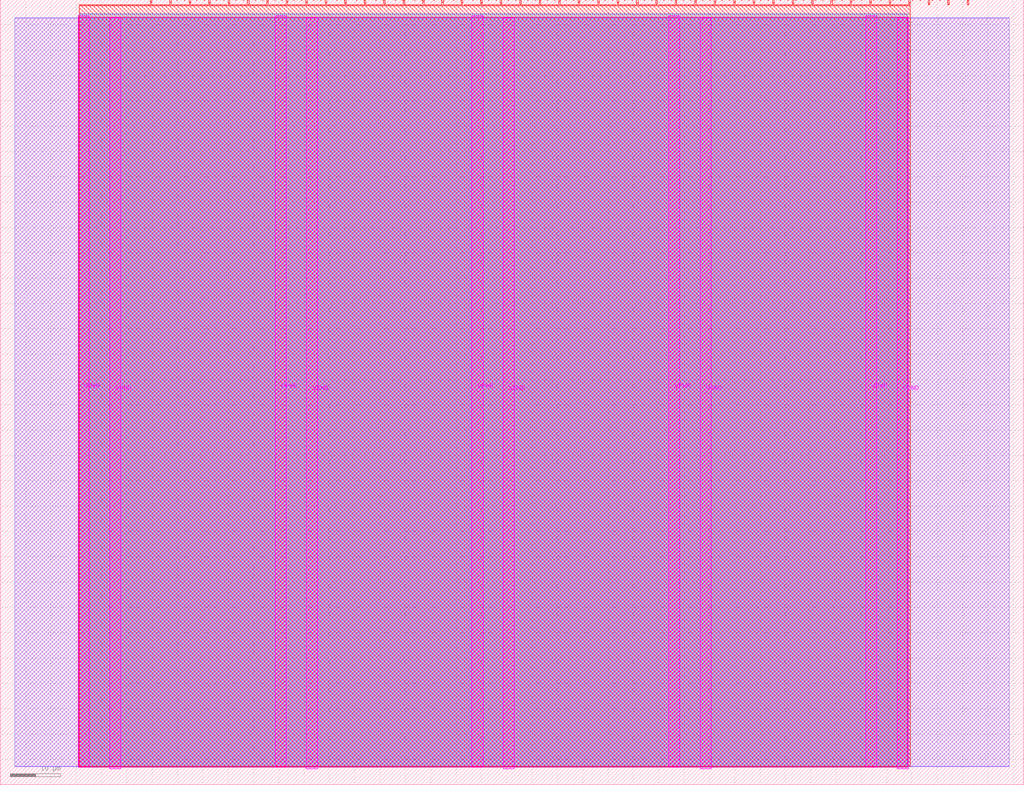
<source format=lef>
VERSION 5.7 ;
  NOWIREEXTENSIONATPIN ON ;
  DIVIDERCHAR "/" ;
  BUSBITCHARS "[]" ;
MACRO tt_um_wokwi_456571639638628353
  CLASS BLOCK ;
  FOREIGN tt_um_wokwi_456571639638628353 ;
  ORIGIN 0.000 0.000 ;
  SIZE 202.080 BY 154.980 ;
  PIN VGND
    DIRECTION INOUT ;
    USE GROUND ;
    PORT
      LAYER TopMetal1 ;
        RECT 21.580 3.150 23.780 151.420 ;
    END
    PORT
      LAYER TopMetal1 ;
        RECT 60.450 3.150 62.650 151.420 ;
    END
    PORT
      LAYER TopMetal1 ;
        RECT 99.320 3.150 101.520 151.420 ;
    END
    PORT
      LAYER TopMetal1 ;
        RECT 138.190 3.150 140.390 151.420 ;
    END
    PORT
      LAYER TopMetal1 ;
        RECT 177.060 3.150 179.260 151.420 ;
    END
  END VGND
  PIN VPWR
    DIRECTION INOUT ;
    USE POWER ;
    PORT
      LAYER TopMetal1 ;
        RECT 15.380 3.560 17.580 151.830 ;
    END
    PORT
      LAYER TopMetal1 ;
        RECT 54.250 3.560 56.450 151.830 ;
    END
    PORT
      LAYER TopMetal1 ;
        RECT 93.120 3.560 95.320 151.830 ;
    END
    PORT
      LAYER TopMetal1 ;
        RECT 131.990 3.560 134.190 151.830 ;
    END
    PORT
      LAYER TopMetal1 ;
        RECT 170.860 3.560 173.060 151.830 ;
    END
  END VPWR
  PIN clk
    DIRECTION INPUT ;
    USE SIGNAL ;
    PORT
      LAYER Metal4 ;
        RECT 187.050 153.980 187.350 154.980 ;
    END
  END clk
  PIN ena
    DIRECTION INPUT ;
    USE SIGNAL ;
    PORT
      LAYER Metal4 ;
        RECT 190.890 153.980 191.190 154.980 ;
    END
  END ena
  PIN rst_n
    DIRECTION INPUT ;
    USE SIGNAL ;
    PORT
      LAYER Metal4 ;
        RECT 183.210 153.980 183.510 154.980 ;
    END
  END rst_n
  PIN ui_in[0]
    DIRECTION INPUT ;
    USE SIGNAL ;
    ANTENNAGATEAREA 0.180700 ;
    PORT
      LAYER Metal4 ;
        RECT 179.370 153.980 179.670 154.980 ;
    END
  END ui_in[0]
  PIN ui_in[1]
    DIRECTION INPUT ;
    USE SIGNAL ;
    ANTENNAGATEAREA 0.180700 ;
    PORT
      LAYER Metal4 ;
        RECT 175.530 153.980 175.830 154.980 ;
    END
  END ui_in[1]
  PIN ui_in[2]
    DIRECTION INPUT ;
    USE SIGNAL ;
    ANTENNAGATEAREA 0.180700 ;
    PORT
      LAYER Metal4 ;
        RECT 171.690 153.980 171.990 154.980 ;
    END
  END ui_in[2]
  PIN ui_in[3]
    DIRECTION INPUT ;
    USE SIGNAL ;
    ANTENNAGATEAREA 0.180700 ;
    PORT
      LAYER Metal4 ;
        RECT 167.850 153.980 168.150 154.980 ;
    END
  END ui_in[3]
  PIN ui_in[4]
    DIRECTION INPUT ;
    USE SIGNAL ;
    ANTENNAGATEAREA 0.180700 ;
    PORT
      LAYER Metal4 ;
        RECT 164.010 153.980 164.310 154.980 ;
    END
  END ui_in[4]
  PIN ui_in[5]
    DIRECTION INPUT ;
    USE SIGNAL ;
    ANTENNAGATEAREA 0.180700 ;
    PORT
      LAYER Metal4 ;
        RECT 160.170 153.980 160.470 154.980 ;
    END
  END ui_in[5]
  PIN ui_in[6]
    DIRECTION INPUT ;
    USE SIGNAL ;
    ANTENNAGATEAREA 0.180700 ;
    PORT
      LAYER Metal4 ;
        RECT 156.330 153.980 156.630 154.980 ;
    END
  END ui_in[6]
  PIN ui_in[7]
    DIRECTION INPUT ;
    USE SIGNAL ;
    ANTENNAGATEAREA 0.180700 ;
    PORT
      LAYER Metal4 ;
        RECT 152.490 153.980 152.790 154.980 ;
    END
  END ui_in[7]
  PIN uio_in[0]
    DIRECTION INPUT ;
    USE SIGNAL ;
    PORT
      LAYER Metal4 ;
        RECT 148.650 153.980 148.950 154.980 ;
    END
  END uio_in[0]
  PIN uio_in[1]
    DIRECTION INPUT ;
    USE SIGNAL ;
    PORT
      LAYER Metal4 ;
        RECT 144.810 153.980 145.110 154.980 ;
    END
  END uio_in[1]
  PIN uio_in[2]
    DIRECTION INPUT ;
    USE SIGNAL ;
    PORT
      LAYER Metal4 ;
        RECT 140.970 153.980 141.270 154.980 ;
    END
  END uio_in[2]
  PIN uio_in[3]
    DIRECTION INPUT ;
    USE SIGNAL ;
    PORT
      LAYER Metal4 ;
        RECT 137.130 153.980 137.430 154.980 ;
    END
  END uio_in[3]
  PIN uio_in[4]
    DIRECTION INPUT ;
    USE SIGNAL ;
    PORT
      LAYER Metal4 ;
        RECT 133.290 153.980 133.590 154.980 ;
    END
  END uio_in[4]
  PIN uio_in[5]
    DIRECTION INPUT ;
    USE SIGNAL ;
    PORT
      LAYER Metal4 ;
        RECT 129.450 153.980 129.750 154.980 ;
    END
  END uio_in[5]
  PIN uio_in[6]
    DIRECTION INPUT ;
    USE SIGNAL ;
    PORT
      LAYER Metal4 ;
        RECT 125.610 153.980 125.910 154.980 ;
    END
  END uio_in[6]
  PIN uio_in[7]
    DIRECTION INPUT ;
    USE SIGNAL ;
    PORT
      LAYER Metal4 ;
        RECT 121.770 153.980 122.070 154.980 ;
    END
  END uio_in[7]
  PIN uio_oe[0]
    DIRECTION OUTPUT ;
    USE SIGNAL ;
    ANTENNADIFFAREA 0.299200 ;
    PORT
      LAYER Metal4 ;
        RECT 56.490 153.980 56.790 154.980 ;
    END
  END uio_oe[0]
  PIN uio_oe[1]
    DIRECTION OUTPUT ;
    USE SIGNAL ;
    ANTENNADIFFAREA 0.299200 ;
    PORT
      LAYER Metal4 ;
        RECT 52.650 153.980 52.950 154.980 ;
    END
  END uio_oe[1]
  PIN uio_oe[2]
    DIRECTION OUTPUT ;
    USE SIGNAL ;
    ANTENNADIFFAREA 0.299200 ;
    PORT
      LAYER Metal4 ;
        RECT 48.810 153.980 49.110 154.980 ;
    END
  END uio_oe[2]
  PIN uio_oe[3]
    DIRECTION OUTPUT ;
    USE SIGNAL ;
    ANTENNADIFFAREA 0.299200 ;
    PORT
      LAYER Metal4 ;
        RECT 44.970 153.980 45.270 154.980 ;
    END
  END uio_oe[3]
  PIN uio_oe[4]
    DIRECTION OUTPUT ;
    USE SIGNAL ;
    ANTENNADIFFAREA 0.299200 ;
    PORT
      LAYER Metal4 ;
        RECT 41.130 153.980 41.430 154.980 ;
    END
  END uio_oe[4]
  PIN uio_oe[5]
    DIRECTION OUTPUT ;
    USE SIGNAL ;
    ANTENNADIFFAREA 0.299200 ;
    PORT
      LAYER Metal4 ;
        RECT 37.290 153.980 37.590 154.980 ;
    END
  END uio_oe[5]
  PIN uio_oe[6]
    DIRECTION OUTPUT ;
    USE SIGNAL ;
    ANTENNADIFFAREA 0.299200 ;
    PORT
      LAYER Metal4 ;
        RECT 33.450 153.980 33.750 154.980 ;
    END
  END uio_oe[6]
  PIN uio_oe[7]
    DIRECTION OUTPUT ;
    USE SIGNAL ;
    ANTENNADIFFAREA 0.299200 ;
    PORT
      LAYER Metal4 ;
        RECT 29.610 153.980 29.910 154.980 ;
    END
  END uio_oe[7]
  PIN uio_out[0]
    DIRECTION OUTPUT ;
    USE SIGNAL ;
    ANTENNADIFFAREA 0.299200 ;
    PORT
      LAYER Metal4 ;
        RECT 87.210 153.980 87.510 154.980 ;
    END
  END uio_out[0]
  PIN uio_out[1]
    DIRECTION OUTPUT ;
    USE SIGNAL ;
    ANTENNADIFFAREA 0.299200 ;
    PORT
      LAYER Metal4 ;
        RECT 83.370 153.980 83.670 154.980 ;
    END
  END uio_out[1]
  PIN uio_out[2]
    DIRECTION OUTPUT ;
    USE SIGNAL ;
    ANTENNADIFFAREA 0.299200 ;
    PORT
      LAYER Metal4 ;
        RECT 79.530 153.980 79.830 154.980 ;
    END
  END uio_out[2]
  PIN uio_out[3]
    DIRECTION OUTPUT ;
    USE SIGNAL ;
    ANTENNADIFFAREA 0.299200 ;
    PORT
      LAYER Metal4 ;
        RECT 75.690 153.980 75.990 154.980 ;
    END
  END uio_out[3]
  PIN uio_out[4]
    DIRECTION OUTPUT ;
    USE SIGNAL ;
    ANTENNADIFFAREA 0.299200 ;
    PORT
      LAYER Metal4 ;
        RECT 71.850 153.980 72.150 154.980 ;
    END
  END uio_out[4]
  PIN uio_out[5]
    DIRECTION OUTPUT ;
    USE SIGNAL ;
    ANTENNADIFFAREA 0.299200 ;
    PORT
      LAYER Metal4 ;
        RECT 68.010 153.980 68.310 154.980 ;
    END
  END uio_out[5]
  PIN uio_out[6]
    DIRECTION OUTPUT ;
    USE SIGNAL ;
    ANTENNADIFFAREA 0.299200 ;
    PORT
      LAYER Metal4 ;
        RECT 64.170 153.980 64.470 154.980 ;
    END
  END uio_out[6]
  PIN uio_out[7]
    DIRECTION OUTPUT ;
    USE SIGNAL ;
    ANTENNADIFFAREA 0.299200 ;
    PORT
      LAYER Metal4 ;
        RECT 60.330 153.980 60.630 154.980 ;
    END
  END uio_out[7]
  PIN uo_out[0]
    DIRECTION OUTPUT ;
    USE SIGNAL ;
    ANTENNADIFFAREA 0.708600 ;
    PORT
      LAYER Metal4 ;
        RECT 117.930 153.980 118.230 154.980 ;
    END
  END uo_out[0]
  PIN uo_out[1]
    DIRECTION OUTPUT ;
    USE SIGNAL ;
    ANTENNADIFFAREA 0.708600 ;
    PORT
      LAYER Metal4 ;
        RECT 114.090 153.980 114.390 154.980 ;
    END
  END uo_out[1]
  PIN uo_out[2]
    DIRECTION OUTPUT ;
    USE SIGNAL ;
    ANTENNADIFFAREA 0.708600 ;
    PORT
      LAYER Metal4 ;
        RECT 110.250 153.980 110.550 154.980 ;
    END
  END uo_out[2]
  PIN uo_out[3]
    DIRECTION OUTPUT ;
    USE SIGNAL ;
    ANTENNADIFFAREA 0.708600 ;
    PORT
      LAYER Metal4 ;
        RECT 106.410 153.980 106.710 154.980 ;
    END
  END uo_out[3]
  PIN uo_out[4]
    DIRECTION OUTPUT ;
    USE SIGNAL ;
    ANTENNADIFFAREA 0.708600 ;
    PORT
      LAYER Metal4 ;
        RECT 102.570 153.980 102.870 154.980 ;
    END
  END uo_out[4]
  PIN uo_out[5]
    DIRECTION OUTPUT ;
    USE SIGNAL ;
    ANTENNADIFFAREA 0.708600 ;
    PORT
      LAYER Metal4 ;
        RECT 98.730 153.980 99.030 154.980 ;
    END
  END uo_out[5]
  PIN uo_out[6]
    DIRECTION OUTPUT ;
    USE SIGNAL ;
    ANTENNADIFFAREA 0.708600 ;
    PORT
      LAYER Metal4 ;
        RECT 94.890 153.980 95.190 154.980 ;
    END
  END uo_out[6]
  PIN uo_out[7]
    DIRECTION OUTPUT ;
    USE SIGNAL ;
    ANTENNADIFFAREA 0.708600 ;
    PORT
      LAYER Metal4 ;
        RECT 91.050 153.980 91.350 154.980 ;
    END
  END uo_out[7]
  OBS
      LAYER GatPoly ;
        RECT 2.880 3.630 199.200 151.350 ;
      LAYER Metal1 ;
        RECT 2.880 3.560 199.200 151.420 ;
      LAYER Metal2 ;
        RECT 15.560 3.635 179.080 152.185 ;
      LAYER Metal3 ;
        RECT 15.515 3.680 179.665 152.145 ;
      LAYER Metal4 ;
        RECT 15.560 153.770 29.400 153.980 ;
        RECT 30.120 153.770 33.240 153.980 ;
        RECT 33.960 153.770 37.080 153.980 ;
        RECT 37.800 153.770 40.920 153.980 ;
        RECT 41.640 153.770 44.760 153.980 ;
        RECT 45.480 153.770 48.600 153.980 ;
        RECT 49.320 153.770 52.440 153.980 ;
        RECT 53.160 153.770 56.280 153.980 ;
        RECT 57.000 153.770 60.120 153.980 ;
        RECT 60.840 153.770 63.960 153.980 ;
        RECT 64.680 153.770 67.800 153.980 ;
        RECT 68.520 153.770 71.640 153.980 ;
        RECT 72.360 153.770 75.480 153.980 ;
        RECT 76.200 153.770 79.320 153.980 ;
        RECT 80.040 153.770 83.160 153.980 ;
        RECT 83.880 153.770 87.000 153.980 ;
        RECT 87.720 153.770 90.840 153.980 ;
        RECT 91.560 153.770 94.680 153.980 ;
        RECT 95.400 153.770 98.520 153.980 ;
        RECT 99.240 153.770 102.360 153.980 ;
        RECT 103.080 153.770 106.200 153.980 ;
        RECT 106.920 153.770 110.040 153.980 ;
        RECT 110.760 153.770 113.880 153.980 ;
        RECT 114.600 153.770 117.720 153.980 ;
        RECT 118.440 153.770 121.560 153.980 ;
        RECT 122.280 153.770 125.400 153.980 ;
        RECT 126.120 153.770 129.240 153.980 ;
        RECT 129.960 153.770 133.080 153.980 ;
        RECT 133.800 153.770 136.920 153.980 ;
        RECT 137.640 153.770 140.760 153.980 ;
        RECT 141.480 153.770 144.600 153.980 ;
        RECT 145.320 153.770 148.440 153.980 ;
        RECT 149.160 153.770 152.280 153.980 ;
        RECT 153.000 153.770 156.120 153.980 ;
        RECT 156.840 153.770 159.960 153.980 ;
        RECT 160.680 153.770 163.800 153.980 ;
        RECT 164.520 153.770 167.640 153.980 ;
        RECT 168.360 153.770 171.480 153.980 ;
        RECT 172.200 153.770 175.320 153.980 ;
        RECT 176.040 153.770 179.160 153.980 ;
        RECT 15.560 3.635 179.620 153.770 ;
      LAYER Metal5 ;
        RECT 15.515 3.470 179.125 151.510 ;
  END
END tt_um_wokwi_456571639638628353
END LIBRARY


</source>
